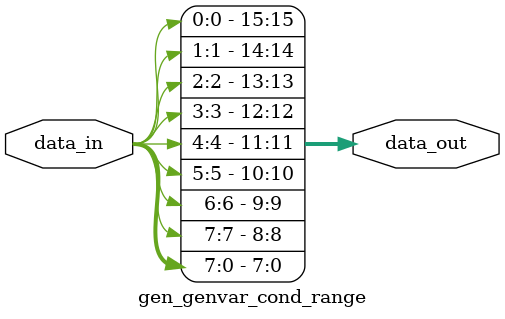
<source format=v>

module gen_genvar_bitsel #(parameter WIDTH = 8) (
    input [WIDTH-1:0] data_in,
    output [WIDTH-1:0] data_out
);
    generate
        genvar i;
        for (i = 0; i < WIDTH; i = i + 1) begin : bitwise
            // Using genvar directly in bit select
            assign data_out[i] = ~data_in[i];
        end
    endgenerate
endmodule

// Genvar in part-select (range)
module gen_genvar_partsel #(parameter NIBBLES = 4) (
    input [NIBBLES*4-1:0] data_in,
    output [NIBBLES*4-1:0] data_out
);
    generate
        genvar i;
        for (i = 0; i < NIBBLES; i = i + 1) begin : nibble_proc
            // Using genvar in part-select range
            wire [3:0] nibble;
            assign nibble = data_in[i*4 +: 4];
            assign data_out[i*4 +: 4] = ~nibble;
        end
    endgenerate
endmodule

// Genvar in indexed part-select
module gen_genvar_indexed #(parameter COUNT = 8) (
    input [COUNT*8-1:0] data_in,
    output [COUNT*8-1:0] data_out
);
    generate
        genvar i;
        for (i = 0; i < COUNT; i = i + 1) begin : byte_swap
            // Genvar used to compute base address
            localparam BASE = i * 8;
            assign data_out[BASE +: 8] = {data_in[BASE+0], data_in[BASE+1],
                                          data_in[BASE+2], data_in[BASE+3],
                                          data_in[BASE+4], data_in[BASE+5],
                                          data_in[BASE+6], data_in[BASE+7]};
        end
    endgenerate
endmodule

// Genvar in array index
module gen_genvar_array #(parameter SIZE = 8) (
    input [SIZE-1:0] wr_data,
    output reg [SIZE-1:0] rd_data
);
    reg [7:0] mem [0:SIZE-1];

    generate
        genvar i;
        for (i = 0; i < SIZE; i = i + 1) begin : init_mem
            initial begin
                // Using genvar as array index
                mem[i] = i * 2;
            end
        end
    endgenerate

    always @(*) begin
        rd_data = mem[0][SIZE-1:0];
    end
endmodule

// Genvar in multi-dimensional array index
module gen_genvar_array2d #(parameter ROWS = 4, parameter COLS = 4) (
    output reg [7:0] checksum
);
    reg [7:0] grid [0:ROWS-1][0:COLS-1];

    generate
        genvar i, j;
        for (i = 0; i < ROWS; i = i + 1) begin : row_init
            for (j = 0; j < COLS; j = j + 1) begin : col_init
                initial begin
                    // Genvar used in 2D array indexing
                    grid[i][j] = (i * COLS) + j;
                end
            end
        end
    endgenerate

    always @(*) begin
        checksum = 8'h00;
    end
endmodule

// Genvar in slice with arithmetic
module gen_genvar_arithmetic #(parameter CHUNKS = 4, parameter CHUNK_SIZE = 8) (
    input [CHUNKS*CHUNK_SIZE-1:0] data_in,
    output [CHUNKS*CHUNK_SIZE-1:0] data_out
);
    generate
        genvar i;
        for (i = 0; i < CHUNKS; i = i + 1) begin : chunk_process
            // Complex genvar arithmetic in ranges
            localparam START_BIT = (CHUNKS - 1 - i) * CHUNK_SIZE;
            localparam END_BIT = START_BIT + CHUNK_SIZE - 1;

            wire [CHUNK_SIZE-1:0] chunk;
            assign chunk = data_in[START_BIT +: CHUNK_SIZE];
            assign data_out[i*CHUNK_SIZE +: CHUNK_SIZE] = chunk;
        end
    endgenerate
endmodule

// Genvar in conditional range selection
module gen_genvar_cond_range #(parameter WIDTH = 16) (
    input [WIDTH-1:0] data_in,
    output [WIDTH-1:0] data_out
);
    generate
        genvar i;
        for (i = 0; i < WIDTH; i = i + 1) begin : bit_cond
            if (i < WIDTH/2) begin : lower
                // Genvar in range, first half
                assign data_out[i] = data_in[i];
            end else begin : upper
                // Genvar in range, second half with offset
                assign data_out[i] = data_in[WIDTH - 1 - i];
            end
        end
    endgenerate
endmodule

</source>
